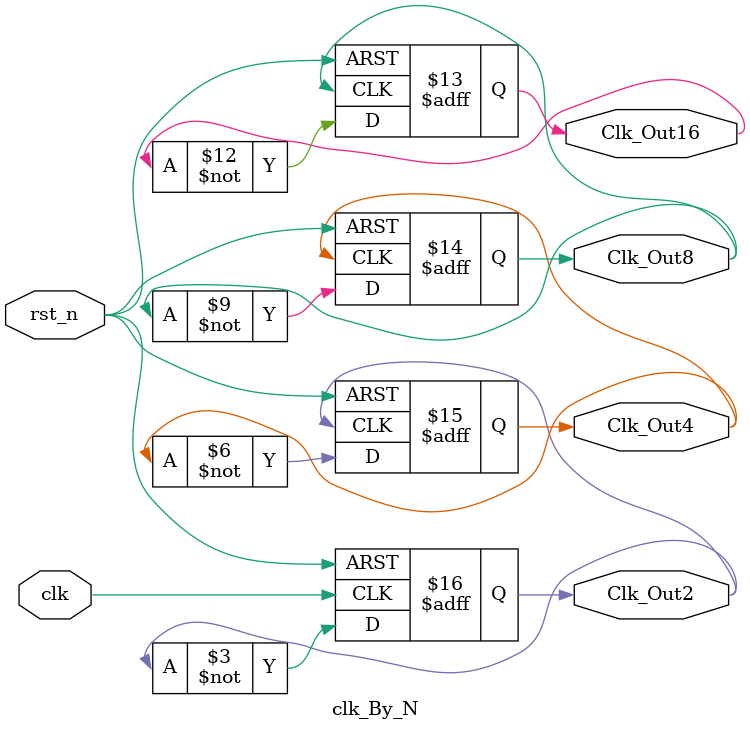
<source format=v>
module clk_By_N (clk,rst_n,Clk_Out2,Clk_Out4,Clk_Out8,Clk_Out16);

//--------Input-------- 
input clk,rst_n;

//--------Clk_Output--------
output reg Clk_Out2 ;
output reg Clk_Out4 ;
output reg Clk_Out8 ;
output reg Clk_Out16 ;

 
//------Divide_process-----

//----Asyn_rst

//By2
always @(posedge clk or negedge rst_n)
begin 
	if(!rst_n) 
		Clk_Out2 <= 1'b0 ;
	else 
		Clk_Out2 <= ~Clk_Out2;

end 

//By4
always @(posedge Clk_Out2 or negedge rst_n)
begin 
	if(!rst_n) 
		Clk_Out4 <= 1'b0 ;
	else 
		Clk_Out4 <= ~Clk_Out4 ;

end 

//By8
always @(posedge Clk_Out4 or negedge rst_n)
begin 
	if(!rst_n) 
		Clk_Out8 <= 1'b0 ;
	else 
		Clk_Out8 <= ~Clk_Out8;

end 
//By16
always @(posedge Clk_Out8 or negedge rst_n)
begin 
	if(!rst_n) 
		Clk_Out16 <= 1'b0 ;
	else 
		Clk_Out16 <= ~Clk_Out16;

end 
endmodule


</source>
